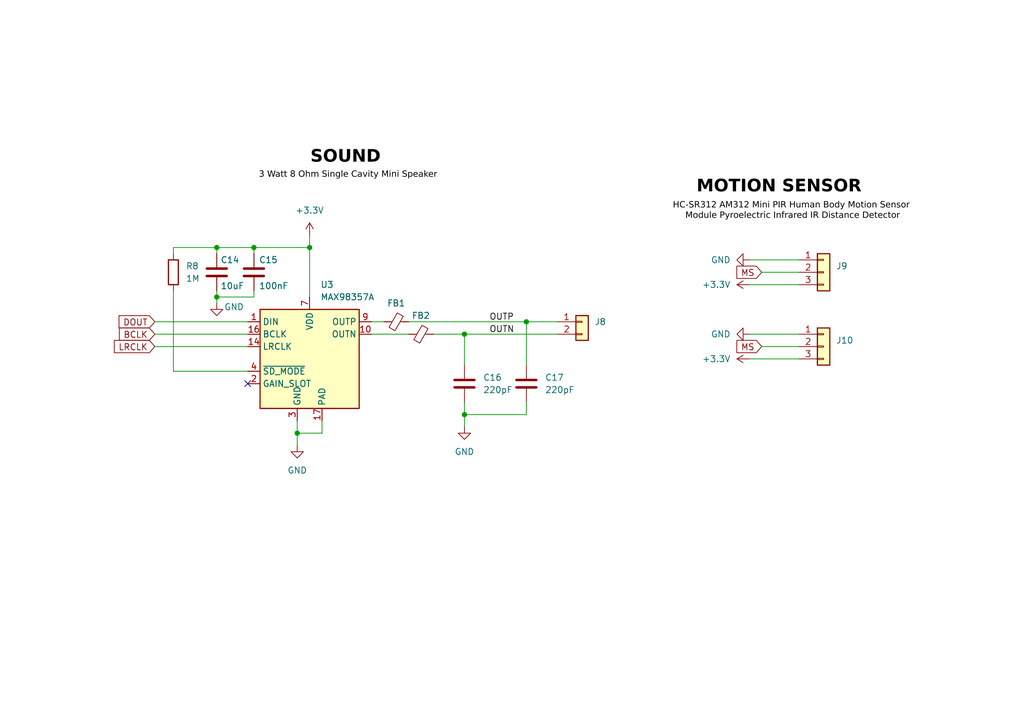
<source format=kicad_sch>
(kicad_sch (version 20231120) (generator "eeschema") (generator_version "8.0")
  (paper "A5")
  (title_block (date "2024-05-22") (company "Newell Jensen"))
  (lib_symbols
    (symbol "Audio:MAX98357A"
      (property "Reference" "U3" (at 2.1941 15.24 0))
      (property "Value" "MAX98357A" (at 2.1941 12.7 0))
      (symbol "MAX98357A_1_1"
        (rectangle (start -10.16 10.16) (end 10.16 -10.16) (stroke (width 0.254)) (fill (type background)))
        (pin input line (at -12.7 7.62 0) (length 2.54) (name "DIN") (number "1"))
        (pin output line (at 12.7 5.08 180) (length 2.54) (name "OUTN") (number "10"))
        (pin passive line (at -2.54 -12.7 90) (length 2.54) hide (name "GND") (number "11"))
        (pin no_connect line (at 10.16 -5.08 180) (length 2.54) hide (name "NC") (number "12"))
        (pin no_connect line (at 10.16 -7.62 180) (length 2.54) hide (name "NC") (number "13"))
        (pin input line (at -12.7 2.54 0) (length 2.54) (name "LRCLK") (number "14"))
        (pin passive line (at -2.54 -12.7 90) (length 2.54) hide (name "GND") (number "15"))
        (pin input line (at -12.7 5.08 0) (length 2.54) (name "BCLK") (number "16"))
        (pin power_in line (at 2.54 -12.7 90) (length 2.54) (name "PAD") (number "17"))
        (pin passive line (at -12.7 -5.08 0) (length 2.54) (name "GAIN_SLOT") (number "2"))
        (pin power_in line (at -2.54 -12.7 90) (length 2.54) (name "GND") (number "3"))
        (pin input line (at -12.7 -2.54 0) (length 2.54) (name "~{SD_MODE}") (number "4"))
        (pin no_connect line (at 10.16 2.54 180) (length 2.54) hide (name "NC") (number "5"))
        (pin no_connect line (at 10.16 0 180) (length 2.54) hide (name "NC") (number "6"))
        (pin power_in line (at 0 12.7 270) (length 2.54) (name "VDD") (number "7"))
        (pin passive line (at 0 12.7 270) (length 2.54) hide (name "VDD") (number "8"))
        (pin output line (at 12.7 7.62 180) (length 2.54) (name "OUTP") (number "9"))
      )
    )
    (symbol "Connector_Generic:Conn_01x02" (pin_names (offset 1.016) hide)
      (property "Reference" "J" (at 0 2.54 0))
      (property "Value" "Conn_01x02" (at 0 -5.08 0))
      (symbol "Conn_01x02_1_1"
        (rectangle (start -1.27 -2.413) (end 0 -2.667) (stroke (width 0.1524)))
        (rectangle (start -1.27 0.127) (end 0 -0.127) (stroke (width 0.1524)))
        (rectangle (start -1.27 1.27) (end 1.27 -3.81) (stroke (width 0.254)) (fill (type background)))
        (pin passive line (at -5.08 0 0) (length 3.81) (name "Pin_1") (number "1"))
        (pin passive line (at -5.08 -2.54 0) (length 3.81) (name "Pin_2") (number "2"))
      )
    )
    (symbol "Connector_Generic:Conn_01x03" (pin_names (offset 1.016) hide)
      (property "Reference" "J" (at 0 5.08 0))
      (property "Value" "Conn_01x03" (at 0 -5.08 0))
      (symbol "Conn_01x03_1_1"
        (rectangle (start -1.27 -2.413) (end 0 -2.667) (stroke (width 0.1524)))
        (rectangle (start -1.27 0.127) (end 0 -0.127) (stroke (width 0.1524)))
        (rectangle (start -1.27 2.667) (end 0 2.413) (stroke (width 0.1524)))
        (rectangle (start -1.27 3.81) (end 1.27 -3.81) (stroke (width 0.254)) (fill (type background)))
        (pin passive line (at -5.08 2.54 0) (length 3.81) (name "Pin_1") (number "1"))
        (pin passive line (at -5.08 0 0) (length 3.81) (name "Pin_2") (number "2"))
        (pin passive line (at -5.08 -2.54 0) (length 3.81) (name "Pin_3") (number "3"))
      )
    )
    (symbol "Device:C" (pin_numbers hide) (pin_names (offset 0.254))
      (property "Reference" "C" (at 0.635 2.54 0))
      (property "Value" "C" (at 0.635 -2.54 0))
      (symbol "C_0_1"
        (polyline (pts (xy -2.032 -0.762) (xy 2.032 -0.762)) (stroke (width 0.508)))
        (polyline (pts (xy -2.032 0.762) (xy 2.032 0.762)) (stroke (width 0.508)))
      )
      (symbol "C_1_1"
        (pin passive line (at 0 3.81 270) (length 2.794) (name "~") (number "1"))
        (pin passive line (at 0 -3.81 90) (length 2.794) (name "~") (number "2"))
      )
    )
    (symbol "Device:FerriteBead_Small" (pin_numbers hide) (pin_names (offset 0))
      (property "Reference" "FB" (at 1.905 1.27 0))
      (property "Value" "FerriteBead_Small" (at 1.905 -1.27 0))
      (symbol "FerriteBead_Small_0_1"
        (polyline (pts (xy 0 -1.27) (xy 0 -0.7874)))
        (polyline (pts (xy 0 0.889) (xy 0 1.2954)))
        (polyline (pts (xy -1.8288 0.2794) (xy -1.1176 1.4986) (xy 1.8288 -0.2032) (xy 1.1176 -1.4224) (xy -1.8288 0.2794)))
      )
      (symbol "FerriteBead_Small_1_1"
        (pin passive line (at 0 2.54 270) (length 1.27) (name "~") (number "1"))
        (pin passive line (at 0 -2.54 90) (length 1.27) (name "~") (number "2"))
      )
    )
    (symbol "Device:R" (pin_numbers hide) (pin_names (offset 0))
      (property "Reference" "R" (at 2.032 0 90))
      (property "Value" "R" (at 0 0 90))
      (symbol "R_0_1"
        (rectangle (start -1.016 -2.54) (end 1.016 2.54) (stroke (width 0.254)))
      )
      (symbol "R_1_1"
        (pin passive line (at 0 3.81 270) (length 1.27) (name "~") (number "1"))
        (pin passive line (at 0 -3.81 90) (length 1.27) (name "~") (number "2"))
      )
    )
    (symbol "power:+3.3V" (power) (pin_numbers hide) (pin_names (offset 0) hide)
      (property "Value" "+3.3V" (at 0 3.556 0))
      (symbol "+3.3V_0_1"
        (polyline (pts (xy -0.762 1.27) (xy 0 2.54)))
        (polyline (pts (xy 0 0) (xy 0 2.54)))
        (polyline (pts (xy 0 2.54) (xy 0.762 1.27)))
      )
      (symbol "+3.3V_1_1"
        (pin power_in line (at 0 0 90) (length 0) (name "~") (number "1"))
      )
    )
    (symbol "power:GND" (power) (pin_numbers hide) (pin_names (offset 0) hide)
      (property "Value" "GND" (at 0 -3.81 0))
      (symbol "GND_0_1"
        (polyline (pts (xy 0 0) (xy 0 -1.27) (xy 1.27 -1.27) (xy 0 -2.54) (xy -1.27 -1.27) (xy 0 -1.27)))
      )
      (symbol "GND_1_1"
        (pin power_in line (at 0 0 270) (length 0) (name "~") (number "1"))
      )
    )
  )
  (junction (at 107.95 66.04))
  (junction (at 52.07 50.8))
  (junction (at 44.45 60.96))
  (junction (at 63.5 50.8))
  (junction (at 95.25 85.09))
  (junction (at 95.25 68.58))
  (junction (at 44.45 50.8))
  (junction (at 60.96 88.9))
  (no_connect (at 50.8 78.74))
  (wire (pts (xy 31.75 71.12) (xy 50.8 71.12)))
  (wire (pts (xy 31.75 66.04) (xy 50.8 66.04)))
  (wire (pts (xy 63.5 50.8) (xy 63.5 60.96)))
  (wire (pts (xy 63.5 48.26) (xy 63.5 50.8)))
  (wire (pts (xy 60.96 88.9) (xy 60.96 91.44)))
  (wire (pts (xy 44.45 59.69) (xy 44.45 60.96)))
  (wire (pts (xy 66.04 86.36) (xy 66.04 88.9)))
  (wire (pts (xy 95.25 82.55) (xy 95.25 85.09)))
  (wire (pts (xy 52.07 60.96) (xy 44.45 60.96)))
  (wire (pts (xy 156.21 71.12) (xy 163.83 71.12)))
  (wire (pts (xy 88.9 68.58) (xy 95.25 68.58)))
  (wire (pts (xy 44.45 50.8) (xy 52.07 50.8)))
  (wire (pts (xy 31.75 68.58) (xy 50.8 68.58)))
  (wire (pts (xy 35.56 76.2) (xy 35.56 59.69)))
  (wire (pts (xy 95.25 85.09) (xy 95.25 87.63)))
  (wire (pts (xy 52.07 50.8) (xy 63.5 50.8)))
  (wire (pts (xy 107.95 66.04) (xy 107.95 74.93)))
  (wire (pts (xy 153.67 73.66) (xy 163.83 73.66)))
  (wire (pts (xy 95.25 68.58) (xy 114.3 68.58)))
  (wire (pts (xy 44.45 60.96) (xy 44.45 62.23)))
  (wire (pts (xy 52.07 52.07) (xy 52.07 50.8)))
  (wire (pts (xy 153.67 58.42) (xy 163.83 58.42)))
  (wire (pts (xy 83.82 66.04) (xy 107.95 66.04)))
  (wire (pts (xy 153.67 53.34) (xy 163.83 53.34)))
  (wire (pts (xy 76.2 66.04) (xy 78.74 66.04)))
  (wire (pts (xy 35.56 76.2) (xy 50.8 76.2)))
  (wire (pts (xy 107.95 66.04) (xy 114.3 66.04)))
  (wire (pts (xy 95.25 85.09) (xy 107.95 85.09)))
  (wire (pts (xy 35.56 52.07) (xy 35.56 50.8)))
  (wire (pts (xy 66.04 88.9) (xy 60.96 88.9)))
  (wire (pts (xy 35.56 50.8) (xy 44.45 50.8)))
  (wire (pts (xy 52.07 59.69) (xy 52.07 60.96)))
  (wire (pts (xy 107.95 82.55) (xy 107.95 85.09)))
  (wire (pts (xy 95.25 68.58) (xy 95.25 74.93)))
  (wire (pts (xy 156.21 55.88) (xy 163.83 55.88)))
  (wire (pts (xy 153.67 68.58) (xy 163.83 68.58)))
  (wire (pts (xy 76.2 68.58) (xy 83.82 68.58)))
  (wire (pts (xy 60.96 86.36) (xy 60.96 88.9)))
  (wire (pts (xy 44.45 52.07) (xy 44.45 50.8)))
  (text "3 Watt 8 Ohm Single Cavity Mini Speaker" (at 71.374 36.322 0) (effects (font (size 1.27 1.27))))
  (text "MOTION SENSOR\n" (at 159.766 39.116 0) (effects (font (size 2.54 2.54) (thickness 0.508) (bold yes))))
  (text "HC-SR312 AM312 Mini PIR Human Body Motion Sensor \nModule Pyroelectric Infrared IR Distance Detector" (at 162.56 43.688 0) (effects (font (size 1.27 1.27))))
  (text "SOUND" (at 70.866 33.02 0) (effects (font (size 2.54 2.54) (thickness 0.508) (bold yes))))
  (label "OUTP" (at 100.33 66.04 0))
  (label "OUTN" (at 100.33 68.58 0))
  (global_label "LRCLK" (shape input) (at 31.75 71.12 180) (property "Intersheetrefs" "${INTERSHEET_REFS}" (effects (hide yes))))
  (global_label "MS" (shape input) (at 156.21 55.88 180) (property "Intersheetrefs" "${INTERSHEET_REFS}" (effects (hide yes))))
  (global_label "DOUT" (shape input) (at 31.75 66.04 180) (property "Intersheetrefs" "${INTERSHEET_REFS}" (effects (hide yes))))
  (global_label "BCLK" (shape input) (at 31.75 68.58 180) (property "Intersheetrefs" "${INTERSHEET_REFS}" (effects (hide yes))))
  (global_label "MS" (shape input) (at 156.21 71.12 180) (property "Intersheetrefs" "${INTERSHEET_REFS}" (effects (hide yes))))
  (symbol (lib_id "Connector_Generic:Conn_01x02") (at 119.38 66.04 0) (unit 1)
    (property "Reference" "J8" (at 121.92 66.0399 0) (effects (justify left)))
    (property "Value" "Conn_01x02" (effects (hide yes)))
    (property "Footprint" "Connector_PinHeader_2.54mm:PinHeader_1x02_P2.54mm_Vertical" (effects (hide yes)))
    (property "Description" "Generic connector, single row, 01x02, script generated (kicad-library-utils/schlib/autogen/connector/)" (effects (hide yes)))
  )
  (symbol (lib_id "Connector_Generic:Conn_01x03") (at 168.91 55.88 0) (unit 1)
    (property "Reference" "J9" (at 171.45 54.6099 0) (effects (justify left)))
    (property "Value" "Conn_01x03" (effects (hide yes)))
    (property "Footprint" "Connector_PinHeader_2.54mm:PinHeader_1x03_P2.54mm_Vertical" (effects (hide yes)))
    (property "Description" "Generic connector, single row, 01x03, script generated (kicad-library-utils/schlib/autogen/connector/)" (effects (hide yes)))
  )
  (symbol (lib_id "Device:R") (at 35.56 55.88 180) (unit 1)
    (property "Reference" "R8" (at 38.1 54.6099 0) (effects (justify right)))
    (property "Value" "1M" (at 38.1 57.1499 0) (effects (justify right)))
    (property "Footprint" "Resistor_SMD:R_0805_2012Metric_Pad1.20x1.40mm_HandSolder" (effects (hide yes)))
    (property "Description" "Resistor" (effects (hide yes)))
    (property "Manufacturer_Part_Number" "RC0805FR-071ML" (effects (hide yes)))
  )
  (symbol (lib_id "power:GND") (at 153.67 53.34 270) (unit 1)
    (property "Reference" "#PWR030" (effects (hide yes)))
    (property "Value" "GND" (at 149.86 53.3399 90) (effects (justify right)))
    (property "Description" "Power symbol creates a global label with name \"GND\" , ground" (effects (hide yes)))
  )
  (symbol (lib_id "power:+3.3V") (at 63.5 48.26 0) (unit 1)
    (property "Reference" "#PWR028" (effects (hide yes)))
    (property "Value" "+3.3V" (at 63.5 43.18 0))
    (property "Description" "Power symbol creates a global label with name \"+3.3V\"" (effects (hide yes)))
  )
  (symbol (lib_id "Device:C") (at 52.07 55.88 0) (unit 1)
    (property "Reference" "C15" (at 53.086 53.34 0) (effects (justify left)))
    (property "Value" "100nF" (at 53.086 58.674 0) (effects (justify left)))
    (property "Footprint" "Capacitor_SMD:C_0805_2012Metric_Pad1.18x1.45mm_HandSolder" (effects (hide yes)))
    (property "Description" "Unpolarized capacitor" (effects (hide yes)))
    (property "Manufacturer_Part_Number" "CC0805JRX7R9BB104" (effects (hide yes)))
  )
  (symbol (lib_id "Connector_Generic:Conn_01x03") (at 168.91 71.12 0) (unit 1)
    (property "Reference" "J10" (at 171.45 69.8499 0) (effects (justify left)))
    (property "Value" "Conn_01x03" (effects (hide yes)))
    (property "Footprint" "Connector_PinHeader_2.54mm:PinHeader_1x03_P2.54mm_Vertical" (effects (hide yes)))
    (property "Description" "Generic connector, single row, 01x03, script generated (kicad-library-utils/schlib/autogen/connector/)" (effects (hide yes)))
  )
  (symbol (lib_id "power:GND") (at 95.25 87.63 0) (unit 1)
    (property "Reference" "#PWR029" (effects (hide yes)))
    (property "Value" "GND" (at 95.25 92.71 0))
    (property "Description" "Power symbol creates a global label with name \"GND\" , ground" (effects (hide yes)))
  )
  (symbol (lib_id "power:GND") (at 44.45 62.23 0) (unit 1)
    (property "Reference" "#PWR026" (effects (hide yes)))
    (property "Value" "GND" (at 48.006 62.992 0))
    (property "Description" "Power symbol creates a global label with name \"GND\" , ground" (effects (hide yes)))
  )
  (symbol (lib_id "power:GND") (at 153.67 68.58 270) (unit 1)
    (property "Reference" "#PWR032" (effects (hide yes)))
    (property "Value" "GND" (at 149.86 68.5799 90) (effects (justify right)))
    (property "Description" "Power symbol creates a global label with name \"GND\" , ground" (effects (hide yes)))
  )
  (symbol (lib_id "Device:FerriteBead_Small") (at 81.28 66.04 90) (unit 1)
    (property "Reference" "FB1" (at 81.2419 62.23 90))
    (property "Value" "FerriteBead_Small" (effects (hide yes)))
    (property "Footprint" "Resistor_SMD:R_0805_2012Metric_Pad1.20x1.40mm_HandSolder" (effects (hide yes)))
    (property "Description" "Ferrite bead, small symbol" (effects (hide yes)))
  )
  (symbol (lib_id "Device:C") (at 107.95 78.74 0) (unit 1)
    (property "Reference" "C17" (at 111.76 77.4699 0) (effects (justify left)))
    (property "Value" "220pF" (at 111.76 80.0099 0) (effects (justify left)))
    (property "Footprint" "Capacitor_SMD:C_0805_2012Metric_Pad1.18x1.45mm_HandSolder" (effects (hide yes)))
    (property "Description" "Unpolarized capacitor" (effects (hide yes)))
    (property "Manufacturer_Part_Number" "CC0805JRNPO9BN221" (effects (hide yes)))
  )
  (symbol (lib_id "power:+3.3V") (at 153.67 58.42 90) (unit 1)
    (property "Reference" "#PWR031" (effects (hide yes)))
    (property "Value" "+3.3V" (at 149.86 58.4199 90) (effects (justify left)))
    (property "Description" "Power symbol creates a global label with name \"+3.3V\"" (effects (hide yes)))
  )
  (symbol (lib_id "Audio:MAX98357A") (at 63.5 73.66 0) (unit 1)
    (property "Reference" "U3" (at 65.6941 58.42 0) (effects (justify left)))
    (property "Value" "MAX98357A" (at 65.6941 60.96 0) (effects (justify left)))
    (property "Footprint" "Package_DFN_QFN:TQFN-16-1EP_3x3mm_P0.5mm_EP1.23x1.23mm" (effects (hide yes)))
    (property "Datasheet" "https://www.analog.com/media/en/technical-documentation/data-sheets/MAX98357A-MAX98357B.pdf" (effects (hide yes)))
    (property "Description" "Mono DAC with amplifier, I2S, PCM, TDM, 32-bit, 96khz, 3.2W, TQFP-16" (effects (hide yes)))
  )
  (symbol (lib_id "power:GND") (at 60.96 91.44 0) (unit 1)
    (property "Reference" "#PWR027" (effects (hide yes)))
    (property "Value" "GND" (at 60.96 96.52 0))
    (property "Description" "Power symbol creates a global label with name \"GND\" , ground" (effects (hide yes)))
  )
  (symbol (lib_id "Device:FerriteBead_Small") (at 86.36 68.58 90) (unit 1)
    (property "Reference" "FB2" (at 86.3219 64.77 90))
    (property "Value" "FerriteBead_Small" (effects (hide yes)))
    (property "Footprint" "Resistor_SMD:R_0805_2012Metric_Pad1.20x1.40mm_HandSolder" (effects (hide yes)))
    (property "Description" "Ferrite bead, small symbol" (effects (hide yes)))
  )
  (symbol (lib_id "Device:C") (at 95.25 78.74 0) (unit 1)
    (property "Reference" "C16" (at 99.06 77.4699 0) (effects (justify left)))
    (property "Value" "220pF" (at 99.06 80.0099 0) (effects (justify left)))
    (property "Footprint" "Capacitor_SMD:C_0805_2012Metric_Pad1.18x1.45mm_HandSolder" (effects (hide yes)))
    (property "Description" "Unpolarized capacitor" (effects (hide yes)))
    (property "Manufacturer_Part_Number" "CC0805JRNPO9BN221" (effects (hide yes)))
  )
  (symbol (lib_id "power:+3.3V") (at 153.67 73.66 90) (unit 1)
    (property "Reference" "#PWR033" (effects (hide yes)))
    (property "Value" "+3.3V" (at 149.86 73.6599 90) (effects (justify left)))
    (property "Description" "Power symbol creates a global label with name \"+3.3V\"" (effects (hide yes)))
  )
  (symbol (lib_id "Device:C") (at 44.45 55.88 0) (unit 1)
    (property "Reference" "C14" (at 45.212 53.34 0) (effects (justify left)))
    (property "Value" "10uF" (at 45.212 58.674 0) (effects (justify left)))
    (property "Footprint" "Capacitor_SMD:C_0805_2012Metric_Pad1.18x1.45mm_HandSolder" (effects (hide yes)))
    (property "Description" "Unpolarized capacitor" (effects (hide yes)))
    (property "Manufacturer_Part_Number" "CC0805KKX5R6BB106" (effects (hide yes)))
  )
)
</source>
